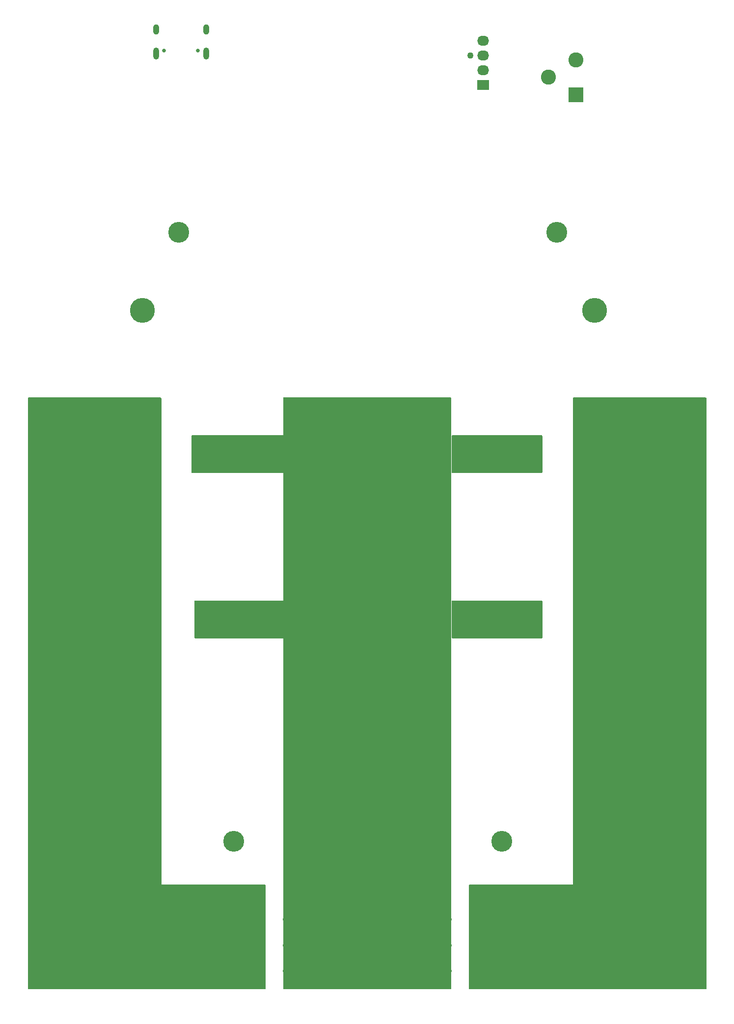
<source format=gbs>
G04 #@! TF.GenerationSoftware,KiCad,Pcbnew,9.0.5*
G04 #@! TF.CreationDate,2025-12-19T11:09:57+01:00*
G04 #@! TF.ProjectId,eload-pwr,656c6f61-642d-4707-9772-2e6b69636164,rev?*
G04 #@! TF.SameCoordinates,Original*
G04 #@! TF.FileFunction,Soldermask,Bot*
G04 #@! TF.FilePolarity,Negative*
%FSLAX46Y46*%
G04 Gerber Fmt 4.6, Leading zero omitted, Abs format (unit mm)*
G04 Created by KiCad (PCBNEW 9.0.5) date 2025-12-19 11:09:57*
%MOMM*%
%LPD*%
G01*
G04 APERTURE LIST*
%ADD10C,4.300000*%
%ADD11R,2.600000X2.600000*%
%ADD12C,2.600000*%
%ADD13C,3.200000*%
%ADD14C,1.100000*%
%ADD15R,2.030000X1.730000*%
%ADD16O,2.030000X1.730000*%
%ADD17C,0.650000*%
%ADD18O,1.000000X2.100000*%
%ADD19O,1.000000X1.800000*%
%ADD20C,3.600000*%
G04 APERTURE END LIST*
D10*
X-18300000Y-161000000D03*
D11*
X-21512500Y-45800000D03*
D12*
X-21512500Y-39800000D03*
X-26212500Y-42800000D03*
D13*
X-53435000Y-196870000D03*
X-49000000Y-196870000D03*
X-44565000Y-196870000D03*
X-53435000Y-192435000D03*
X-49000000Y-192435000D03*
X-44565000Y-192435000D03*
X-53435000Y-188000000D03*
X-49000000Y-188000000D03*
X-44565000Y-188000000D03*
D10*
X-18300000Y-83000000D03*
D14*
X-39672500Y-39020000D03*
D15*
X-37512500Y-44100000D03*
D16*
X-37512500Y-41560000D03*
X-37512500Y-39020000D03*
X-37512500Y-36480000D03*
D13*
X-32435000Y-196870000D03*
X-28000000Y-196870000D03*
X-23565000Y-196870000D03*
X-32435000Y-192435000D03*
X-28000000Y-192435000D03*
X-23565000Y-192435000D03*
X-32435000Y-188000000D03*
X-28000000Y-188000000D03*
X-23565000Y-188000000D03*
X-70470000Y-196870000D03*
X-66035000Y-196870000D03*
X-61600000Y-196870000D03*
X-70470000Y-192435000D03*
X-66035000Y-192435000D03*
X-61600000Y-192435000D03*
X-70470000Y-188000000D03*
X-66035000Y-188000000D03*
X-61600000Y-188000000D03*
D17*
X-86722500Y-38215000D03*
X-92502500Y-38215000D03*
D18*
X-85292500Y-38715000D03*
D19*
X-85292500Y-34535000D03*
D18*
X-93932500Y-38715000D03*
D19*
X-93932500Y-34535000D03*
D13*
X-91470000Y-196870000D03*
X-87035000Y-196870000D03*
X-82600000Y-196870000D03*
X-91470000Y-192435000D03*
X-87035000Y-192435000D03*
X-82600000Y-192435000D03*
X-91470000Y-188000000D03*
X-87035000Y-188000000D03*
X-82600000Y-188000000D03*
D10*
X-96300000Y-83000000D03*
X-96300000Y-161000000D03*
D20*
X-24800000Y-69500000D03*
X-34300000Y-174500000D03*
X-80500000Y-174500000D03*
X-90000000Y-69500000D03*
G36*
X-71688021Y-132752382D02*
G01*
X-71628520Y-132764217D01*
X-71583820Y-132782732D01*
X-71543731Y-132809518D01*
X-71509518Y-132843731D01*
X-71482732Y-132883820D01*
X-71464218Y-132928519D01*
X-71452383Y-132988019D01*
X-71450000Y-133012210D01*
X-71450000Y-139487789D01*
X-71452383Y-139511980D01*
X-71464218Y-139571480D01*
X-71482732Y-139616179D01*
X-71509518Y-139656268D01*
X-71543731Y-139690481D01*
X-71583820Y-139717267D01*
X-71628518Y-139735781D01*
X-71688019Y-139747617D01*
X-71712211Y-139750000D01*
X-71876000Y-139750000D01*
X-71943039Y-139730315D01*
X-71988794Y-139677511D01*
X-72000000Y-139626000D01*
X-72000000Y-139500000D01*
X-87176000Y-139500000D01*
X-87243039Y-139480315D01*
X-87288794Y-139427511D01*
X-87300000Y-139376000D01*
X-87300000Y-133124000D01*
X-87280315Y-133056961D01*
X-87227511Y-133011206D01*
X-87176000Y-133000000D01*
X-72000000Y-133000000D01*
X-72000000Y-132874000D01*
X-71980315Y-132806961D01*
X-71927511Y-132761206D01*
X-71876000Y-132750000D01*
X-71712211Y-132750000D01*
X-71688021Y-132752382D01*
G37*
G36*
X943039Y-98019685D02*
G01*
X988794Y-98072489D01*
X1000000Y-98124000D01*
X1000000Y-199876000D01*
X980315Y-199943039D01*
X927511Y-199988794D01*
X876000Y-200000000D01*
X-39876000Y-200000000D01*
X-39943039Y-199980315D01*
X-39988794Y-199927511D01*
X-40000000Y-199876000D01*
X-40000000Y-182124000D01*
X-39980315Y-182056961D01*
X-39927511Y-182011206D01*
X-39876000Y-182000000D01*
X-22000000Y-182000000D01*
X-22000000Y-98124000D01*
X-21980315Y-98056961D01*
X-21927511Y-98011206D01*
X-21876000Y-98000000D01*
X876000Y-98000000D01*
X943039Y-98019685D01*
G37*
G36*
X-93056961Y-98019685D02*
G01*
X-93011206Y-98072489D01*
X-93000000Y-98124000D01*
X-93000000Y-182000000D01*
X-75124000Y-182000000D01*
X-75056961Y-182019685D01*
X-75011206Y-182072489D01*
X-75000000Y-182124000D01*
X-75000000Y-199876000D01*
X-75019685Y-199943039D01*
X-75072489Y-199988794D01*
X-75124000Y-200000000D01*
X-115876000Y-200000000D01*
X-115943039Y-199980315D01*
X-115988794Y-199927511D01*
X-116000000Y-199876000D01*
X-116000000Y-98124000D01*
X-115980315Y-98056961D01*
X-115927511Y-98011206D01*
X-115876000Y-98000000D01*
X-93124000Y-98000000D01*
X-93056961Y-98019685D01*
G37*
G36*
X-71688021Y-104252382D02*
G01*
X-71628520Y-104264217D01*
X-71583820Y-104282732D01*
X-71543731Y-104309518D01*
X-71509518Y-104343731D01*
X-71482732Y-104383820D01*
X-71464218Y-104428519D01*
X-71452383Y-104488019D01*
X-71450000Y-104512210D01*
X-71450000Y-110987789D01*
X-71452383Y-111011980D01*
X-71464218Y-111071480D01*
X-71482732Y-111116179D01*
X-71509518Y-111156268D01*
X-71543731Y-111190481D01*
X-71583820Y-111217267D01*
X-71628518Y-111235781D01*
X-71688019Y-111247617D01*
X-71712211Y-111250000D01*
X-71876000Y-111250000D01*
X-71943039Y-111230315D01*
X-71988794Y-111177511D01*
X-72000000Y-111126000D01*
X-72000000Y-111000000D01*
X-87676000Y-111000000D01*
X-87743039Y-110980315D01*
X-87788794Y-110927511D01*
X-87800000Y-110876000D01*
X-87800000Y-104624000D01*
X-87780315Y-104556961D01*
X-87727511Y-104511206D01*
X-87676000Y-104500000D01*
X-72000000Y-104500000D01*
X-72000000Y-104374000D01*
X-71980315Y-104306961D01*
X-71927511Y-104261206D01*
X-71876000Y-104250000D01*
X-71712211Y-104250000D01*
X-71688021Y-104252382D01*
G37*
G36*
X-27356961Y-133019685D02*
G01*
X-27311206Y-133072489D01*
X-27300000Y-133124000D01*
X-27300000Y-139376000D01*
X-27319685Y-139443039D01*
X-27372489Y-139488794D01*
X-27424000Y-139500000D01*
X-42776000Y-139500000D01*
X-42843039Y-139480315D01*
X-42888794Y-139427511D01*
X-42900000Y-139376000D01*
X-42900000Y-133124000D01*
X-42880315Y-133056961D01*
X-42827511Y-133011206D01*
X-42776000Y-133000000D01*
X-27424000Y-133000000D01*
X-27356961Y-133019685D01*
G37*
G36*
X-43056961Y-98019685D02*
G01*
X-43011206Y-98072489D01*
X-43000000Y-98124000D01*
X-43000000Y-199876000D01*
X-43019685Y-199943039D01*
X-43072489Y-199988794D01*
X-43124000Y-200000000D01*
X-71876000Y-200000000D01*
X-71943039Y-199980315D01*
X-71988794Y-199927511D01*
X-72000000Y-199876000D01*
X-72000000Y-139500000D01*
X-72126000Y-139500000D01*
X-72193039Y-139480315D01*
X-72238794Y-139427511D01*
X-72250000Y-139376000D01*
X-72250000Y-133124000D01*
X-72230315Y-133056961D01*
X-72177511Y-133011206D01*
X-72126000Y-133000000D01*
X-72000000Y-133000000D01*
X-72000000Y-111000000D01*
X-72126000Y-111000000D01*
X-72193039Y-110980315D01*
X-72238794Y-110927511D01*
X-72250000Y-110876000D01*
X-72250000Y-104624000D01*
X-72230315Y-104556961D01*
X-72177511Y-104511206D01*
X-72126000Y-104500000D01*
X-72000000Y-104500000D01*
X-72000000Y-98124000D01*
X-71980315Y-98056961D01*
X-71927511Y-98011206D01*
X-71876000Y-98000000D01*
X-43124000Y-98000000D01*
X-43056961Y-98019685D01*
G37*
G36*
X-27356961Y-104519685D02*
G01*
X-27311206Y-104572489D01*
X-27300000Y-104624000D01*
X-27300000Y-110876000D01*
X-27319685Y-110943039D01*
X-27372489Y-110988794D01*
X-27424000Y-111000000D01*
X-42776000Y-111000000D01*
X-42843039Y-110980315D01*
X-42888794Y-110927511D01*
X-42900000Y-110876000D01*
X-42900000Y-104624000D01*
X-42880315Y-104556961D01*
X-42827511Y-104511206D01*
X-42776000Y-104500000D01*
X-27424000Y-104500000D01*
X-27356961Y-104519685D01*
G37*
M02*

</source>
